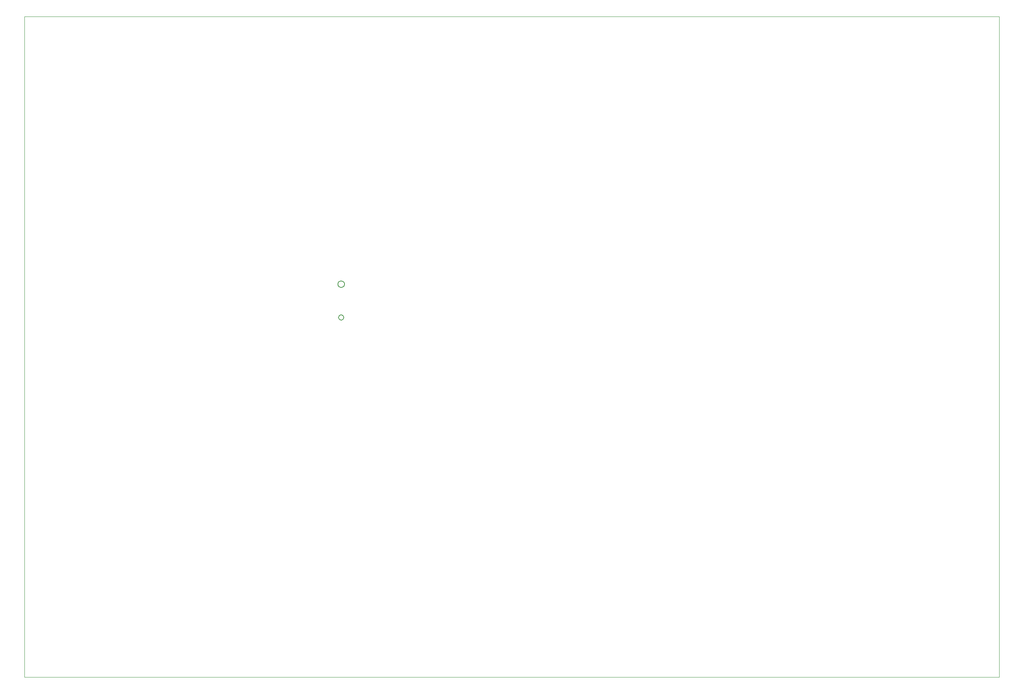
<source format=gko>
G04*
G04 #@! TF.GenerationSoftware,Altium Limited,Altium Designer,18.1.8 (232)*
G04*
G04 Layer_Color=16711935*
%FSLAX25Y25*%
%MOIN*%
G70*
G01*
G75*
%ADD11C,0.00800*%
%ADD18C,0.00394*%
D11*
X286653Y351649D02*
G03*
X286653Y351649I-2953J0D01*
G01*
X286062Y322121D02*
G03*
X286062Y322121I-2362J0D01*
G01*
D18*
X867100Y589100D02*
X867100Y2953D01*
X3100D02*
X867100D01*
X3100D02*
Y589100D01*
X867100D01*
M02*

</source>
